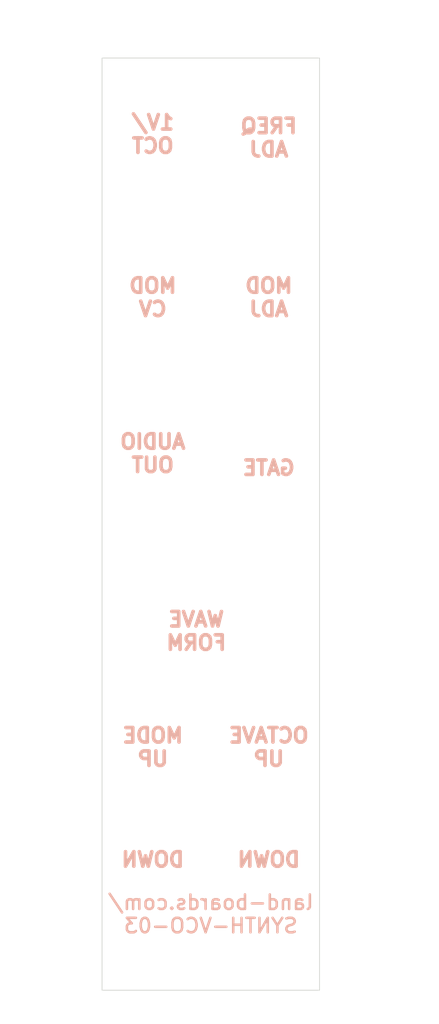
<source format=kicad_pcb>
(kicad_pcb (version 20211014) (generator pcbnew)
  (title_block (title "VCO FRONT PANEL") (date "2022-09-30") (rev "1") (company "LAND BOARDS, LLC"))
  (layers (0 "F.Cu" signal) (31 "B.Cu" signal) (34 "B.Paste" user) (35 "F.Paste" user) (36 "B.SilkS" user "B.Silkscreen") (37 "F.SilkS" user "F.Silkscreen") (38 "B.Mask" user) (39 "F.Mask" user) (44 "Edge.Cuts" user))
  (net 0 "")
  (footprint "" (layer "F.Cu") (at 187.654 50.1)
    (fp_text reference "" (at 0 0) (layer "F.SilkS") (effects (font (size 1.27 1.27))))
    (fp_text value "" (at 0 0) (layer "F.SilkS") (effects (font (size 1.27 1.27))))
    (pad "" np_thru_hole oval (at 0 0) (size 12 3.2) (drill oval 12 3.2) (layers F&B.Cu *.Mask))
    (pad "" np_thru_hole oval (at 0 0) (size 12 3.2) (drill oval 12 3.2) (layers F&B.Cu *.Mask))
    (pad "" np_thru_hole oval (at 0 0) (size 12 3.2) (drill oval 12 3.2) (layers F&B.Cu *.Mask))
  )
  (footprint "" (layer "F.Cu") (at 175.154 66.1)
    (fp_text reference "" (at 0 0) (layer "F.SilkS") (effects (font (size 1.27 1.27))))
    (fp_text value "" (at 0 0) (layer "F.SilkS") (effects (font (size 1.27 1.27))))
    (pad "" np_thru_hole circle (at 0 0) (size 5 5) (drill 5) (layers F&B.Cu *.Mask))
    (pad "" np_thru_hole circle (at 0 0) (size 6.2 6.2) (drill 6.2) (layers F&B.Cu *.Mask))
  )
  (footprint "" (layer "F.Cu") (at 191.154 66.1)
    (fp_text reference "" (at 0 0) (layer "F.SilkS") (effects (font (size 1.27 1.27))))
    (fp_text value "" (at 0 0) (layer "F.SilkS") (effects (font (size 1.27 1.27))))
    (pad "" np_thru_hole circle (at 0 0) (size 5 5) (drill 5) (layers F&B.Cu *.Mask))
    (pad "" np_thru_hole circle (at 0 0) (size 6.2 6.2) (drill 6.2) (layers F&B.Cu *.Mask))
  )
  (footprint "" (layer "F.Cu") (at 191.154 110.1)
    (fp_text reference "" (at 0 0) (layer "F.SilkS") (effects (font (size 1.27 1.27))))
    (fp_text value "" (at 0 0) (layer "F.SilkS") (effects (font (size 1.27 1.27))))
    (pad "" np_thru_hole circle (at 0 0) (size 5 5) (drill 5) (layers F&B.Cu *.Mask))
    (pad "" np_thru_hole circle (at 0 0) (size 6.2 6.2) (drill 6.2) (layers F&B.Cu *.Mask))
  )
  (footprint "" (layer "F.Cu") (at 191.154 150.6)
    (fp_text reference "" (at 0 0) (layer "F.SilkS") (effects (font (size 1.27 1.27))))
    (fp_text value "" (at 0 0) (layer "F.SilkS") (effects (font (size 1.27 1.27))))
    (pad "" np_thru_hole circle (at 0 0) (size 5 5) (drill 5) (layers F&B.Cu *.Mask))
    (pad "" np_thru_hole circle (at 0 0) (size 5 5) (drill oval 5 3.2) (layers F&B.Cu *.Mask))
  )
  (footprint "" (layer "F.Cu") (at 175.154 88.1)
    (fp_text reference "" (at 0 0) (layer "F.SilkS") (effects (font (size 1.27 1.27))))
    (fp_text value "" (at 0 0) (layer "F.SilkS") (effects (font (size 1.27 1.27))))
    (pad "" np_thru_hole circle (at 0 0) (size 5 5) (drill 5) (layers F&B.Cu *.Mask))
    (pad "" np_thru_hole circle (at 0 0) (size 6.2 6.2) (drill 6.2) (layers F&B.Cu *.Mask))
  )
  (footprint "" (layer "F.Cu") (at 175.154 150.6)
    (fp_text reference "" (at 0 0) (layer "F.SilkS") (effects (font (size 1.27 1.27))))
    (fp_text value "" (at 0 0) (layer "F.SilkS") (effects (font (size 1.27 1.27))))
    (pad "" np_thru_hole circle (at 0 0) (size 5 5) (drill 5) (layers F&B.Cu *.Mask))
    (pad "" np_thru_hole circle (at 0 0) (size 5 5) (drill oval 5 3.2) (layers F&B.Cu *.Mask))
  )
  (footprint "" (layer "F.Cu") (at 191.154 88.1)
    (fp_text reference "" (at 0 0) (layer "F.SilkS") (effects (font (size 1.27 1.27))))
    (fp_text value "" (at 0 0) (layer "F.SilkS") (effects (font (size 1.27 1.27))))
    (pad "" np_thru_hole circle (at 0 0) (size 5 5) (drill 5) (layers F&B.Cu *.Mask))
    (pad "" np_thru_hole circle (at 0 0) (size 6.2 6.2) (drill 6.2) (layers F&B.Cu *.Mask))
  )
  (footprint "" (layer "F.Cu") (at 187.654 172.6)
    (fp_text reference "" (at 0 0) (layer "F.SilkS") (effects (font (size 1.27 1.27))))
    (fp_text value "" (at 0 0) (layer "F.SilkS") (effects (font (size 1.27 1.27))))
    (pad "" np_thru_hole oval (at 0 0) (size 12 3.2) (drill oval 12 3.2) (layers F&B.Cu *.Mask))
    (pad "" np_thru_hole oval (at 0 0) (size 12 3.2) (drill oval 12 3.2) (layers F&B.Cu *.Mask))
    (pad "" np_thru_hole oval (at 0 0) (size 12 3.2) (drill oval 12 3.2) (layers F&B.Cu *.Mask))
  )
  (footprint "" (layer "F.Cu") (at 175.154 110.1)
    (fp_text reference "" (at 0 0) (layer "F.SilkS") (effects (font (size 1.27 1.27))))
    (fp_text value "" (at 0 0) (layer "F.SilkS") (effects (font (size 1.27 1.27))))
    (pad "" np_thru_hole circle (at 0 0) (size 6.2 6.2) (drill 6.2) (layers F&B.Cu *.Mask))
    (pad "" np_thru_hole circle (at 0 0) (size 5 5) (drill 5) (layers F&B.Cu *.Mask))
  )
  (footprint "" (layer "F.Cu") (at 172.154 126.1)
    (fp_text reference "" (at 0 0) (layer "F.SilkS") (effects (font (size 1.27 1.27))))
    (fp_text value "" (at 0 0) (layer "F.SilkS") (effects (font (size 1.27 1.27))))
    (pad "" np_thru_hole circle (at 0 0) (size 5 5) (drill 5) (layers F&B.Cu *.Mask))
    (pad "" np_thru_hole circle (at 0 0) (size 5.5 5.5) (drill oval 5.5 3.2) (layers F&B.Cu *.Mask))
  )
  (gr_rect (start 168.154 47.1) (end 198.154 175.6) (layer "Edge.Cuts") (width 0.1) (fill none))
  (gr_text "1V/\nOCT" (at 175.154 57.6) (layer "B.SilkS") (effects (font (size 2 2) (thickness 0.5)) (justify mirror)))
  (gr_text "DOWN" (at 191.154 157.6) (layer "B.SilkS") (effects (font (size 2 2) (thickness 0.5)) (justify mirror)))
  (gr_text "OCTAVE\nUP" (at 191.154 142.1) (layer "B.SilkS") (effects (font (size 2 2) (thickness 0.5)) (justify mirror)))
  (gr_text "MOD\nCV" (at 175.154 80.1) (layer "B.SilkS") (effects (font (size 2 2) (thickness 0.5)) (justify mirror)))
  (gr_text "FREQ\nADJ" (at 191.154 58.1) (layer "B.SilkS") (effects (font (size 2 2) (thickness 0.5)) (justify mirror)))
  (gr_text "AUDIO\nOUT" (at 175.154 101.6) (layer "B.SilkS") (effects (font (size 2 2) (thickness 0.5)) (justify mirror)))
  (gr_text "GATE" (at 191.154 103.6) (layer "B.SilkS") (effects (font (size 2 2) (thickness 0.5)) (justify mirror)))
  (gr_text "DOWN" (at 175.154 157.6) (layer "B.SilkS") (effects (font (size 2 2) (thickness 0.5)) (justify mirror)))
  (gr_text "MOD\nADJ" (at 191.154 80.1) (layer "B.SilkS") (effects (font (size 2 2) (thickness 0.5)) (justify mirror)))
  (gr_text "WAVE\nFORM" (at 181.154 126.1) (layer "B.SilkS") (effects (font (size 2 2) (thickness 0.5)) (justify mirror)))
  (gr_text "MODE\nUP" (at 175.154 142.1) (layer "B.SilkS") (effects (font (size 2 2) (thickness 0.5)) (justify mirror)))
  (gr_text "land-boards.com/\nSYNTH-VCO-03" (at 183.154 165.1) (layer "B.SilkS") (effects (font (size 2 2) (thickness 0.35)) (justify mirror)))
  (via (at 175.154 150.6) (size 0.8) (drill 0.4) (layers "F.Cu" "B.Cu") (net 0))
)
</source>
